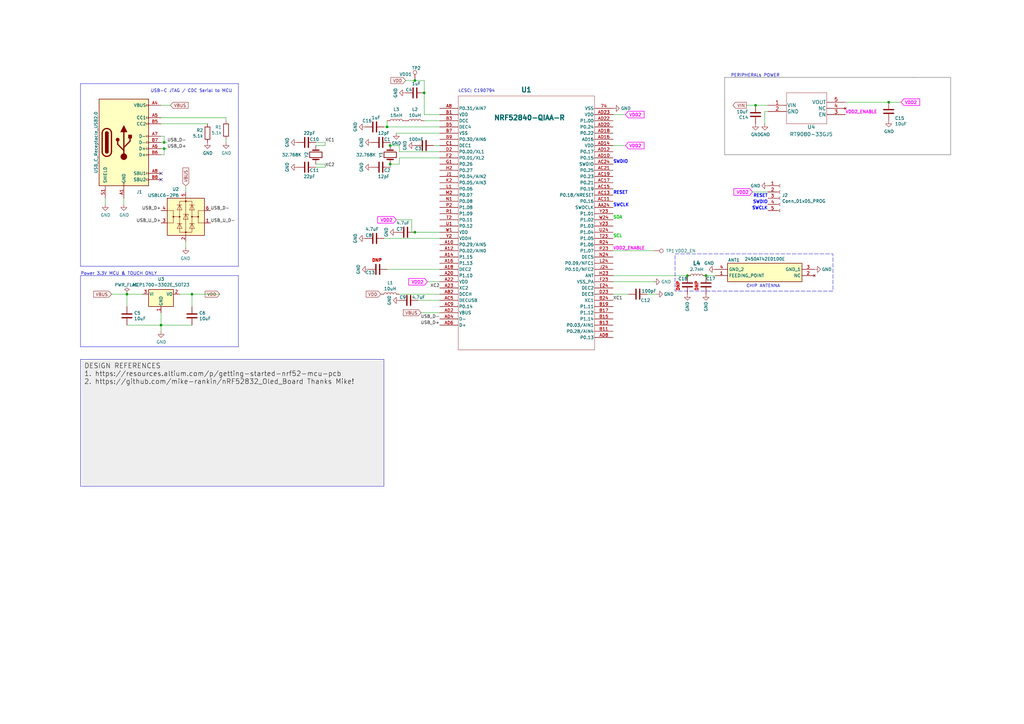
<source format=kicad_sch>
(kicad_sch (version 20230121) (generator eeschema)
  (paper "A3")
  (title_block (title "Sharp Low consumption Versatile board") (date "2024-05-28") (rev "1.0") (company "Fasani Corp.") (comment 1 "required to keep display running while MCU sleeps") (comment 2 "with optional touch support and external resonator to generate the SQW") (comment 3 "This board aims to be a low consumption driver for SHARP LCDs") (comment 4 "Thanks to Larry Bank for the Insights & Tests"))
  (lib_symbols
    (symbol "Antenna:2450AT42E0100E"
      (property "Reference" "ANT" (at 36.83 7.62 0))
      (property "Value" "2450AT42E0100E" (at 36.83 5.08 0))
      (symbol "2450AT42E0100E_1_1"
        (rectangle (start 5.08 2.54) (end 35.56 -5.08) (stroke (width 0.254)) (fill (type background)))
        (pin passive line (at 0 -2.54 0) (length 5.08) (name "FEEDING_POINT") (number "1"))
        (pin no_connect line (at 40.64 -2.54 180) (length 5.08) (name "NC") (number "2"))
        (pin passive line (at 40.64 0 180) (length 5.08) (name "GND_1") (number "3"))
        (pin passive line (at 0 0 0) (length 5.08) (name "GND_2") (number "4"))
      )
    )
    (symbol "Connector:Conn_01x05_Socket" (pin_names (offset 1.016) hide)
      (property "Reference" "J" (at 0 7.62 0))
      (property "Value" "Conn_01x05_Socket" (at 0 -7.62 0))
      (symbol "Conn_01x05_Socket_1_1"
        (arc (start 0 -4.572) (mid -0.5058 -5.08) (end 0 -5.588) (stroke (width 0.1524)))
        (arc (start 0 -2.032) (mid -0.5058 -2.54) (end 0 -3.048) (stroke (width 0.1524)))
        (polyline (pts (xy -1.27 -5.08) (xy -0.508 -5.08)) (stroke (width 0.1524)))
        (polyline (pts (xy -1.27 -2.54) (xy -0.508 -2.54)) (stroke (width 0.1524)))
        (polyline (pts (xy -1.27 0) (xy -0.508 0)) (stroke (width 0.1524)))
        (polyline (pts (xy -1.27 2.54) (xy -0.508 2.54)) (stroke (width 0.1524)))
        (polyline (pts (xy -1.27 5.08) (xy -0.508 5.08)) (stroke (width 0.1524)))
        (arc (start 0 0.508) (mid -0.5058 0) (end 0 -0.508) (stroke (width 0.1524)))
        (arc (start 0 3.048) (mid -0.5058 2.54) (end 0 2.032) (stroke (width 0.1524)))
        (arc (start 0 5.588) (mid -0.5058 5.08) (end 0 4.572) (stroke (width 0.1524)))
        (pin passive line (at -5.08 5.08 0) (length 3.81) (name "Pin_1") (number "1"))
        (pin passive line (at -5.08 2.54 0) (length 3.81) (name "Pin_2") (number "2"))
        (pin passive line (at -5.08 0 0) (length 3.81) (name "Pin_3") (number "3"))
        (pin passive line (at -5.08 -2.54 0) (length 3.81) (name "Pin_4") (number "4"))
        (pin passive line (at -5.08 -5.08 0) (length 3.81) (name "Pin_5") (number "5"))
      )
    )
    (symbol "Connector:TestPoint" (pin_numbers hide) (pin_names (offset 0.762) hide)
      (property "Reference" "TP" (at 0 6.858 0))
      (property "Value" "TestPoint" (at 0 5.08 0))
      (symbol "TestPoint_0_1"
        (circle (center 0 3.302) (radius 0.762))
      )
      (symbol "TestPoint_1_1"
        (pin passive line (at 0 0 90) (length 2.54) (name "1") (number "1"))
      )
    )
    (symbol "Connector:USB_C_Receptacle_USB2.0" (pin_names (offset 1.016))
      (property "Reference" "J" (at -10.16 19.05 0))
      (property "Value" "USB_C_Receptacle_USB2.0" (at 19.05 19.05 0))
      (symbol "USB_C_Receptacle_USB2.0_0_0"
        (rectangle (start -0.254 -17.78) (end 0.254 -16.764))
        (rectangle (start 10.16 -14.986) (end 9.144 -15.494))
        (rectangle (start 10.16 -12.446) (end 9.144 -12.954))
        (rectangle (start 10.16 -4.826) (end 9.144 -5.334))
        (rectangle (start 10.16 -2.286) (end 9.144 -2.794))
        (rectangle (start 10.16 0.254) (end 9.144 -0.254))
        (rectangle (start 10.16 2.794) (end 9.144 2.286))
        (rectangle (start 10.16 7.874) (end 9.144 7.366))
        (rectangle (start 10.16 10.414) (end 9.144 9.906))
        (rectangle (start 10.16 15.494) (end 9.144 14.986))
      )
      (symbol "USB_C_Receptacle_USB2.0_0_1"
        (rectangle (start -10.16 17.78) (end 10.16 -17.78) (stroke (width 0.254)) (fill (type background)))
        (arc (start -8.89 -3.81) (mid -6.985 -5.7067) (end -5.08 -3.81) (stroke (width 0.508)))
        (arc (start -7.62 -3.81) (mid -6.985 -4.4423) (end -6.35 -3.81) (stroke (width 0.254)))
        (arc (start -7.62 -3.81) (mid -6.985 -4.4423) (end -6.35 -3.81) (stroke (width 0.254)) (fill (type outline)))
        (rectangle (start -7.62 -3.81) (end -6.35 3.81) (stroke (width 0.254)) (fill (type outline)))
        (arc (start -6.35 3.81) (mid -6.985 4.4423) (end -7.62 3.81) (stroke (width 0.254)))
        (arc (start -6.35 3.81) (mid -6.985 4.4423) (end -7.62 3.81) (stroke (width 0.254)) (fill (type outline)))
        (arc (start -5.08 3.81) (mid -6.985 5.7067) (end -8.89 3.81) (stroke (width 0.508)))
        (circle (center -2.54 1.143) (radius 0.635) (stroke (width 0.254)) (fill (type outline)))
        (circle (center 0 -5.842) (radius 1.27) (fill (type outline)))
        (polyline (pts (xy -8.89 -3.81) (xy -8.89 3.81)) (stroke (width 0.508)))
        (polyline (pts (xy -5.08 3.81) (xy -5.08 -3.81)) (stroke (width 0.508)))
        (polyline (pts (xy 0 -5.842) (xy 0 4.318)) (stroke (width 0.508)))
        (polyline (pts (xy 0 -3.302) (xy -2.54 -0.762) (xy -2.54 0.508)) (stroke (width 0.508)))
        (polyline (pts (xy 0 -2.032) (xy 2.54 0.508) (xy 2.54 1.778)) (stroke (width 0.508)))
        (polyline (pts (xy -1.27 4.318) (xy 0 6.858) (xy 1.27 4.318) (xy -1.27 4.318)) (stroke (width 0.254)) (fill (type outline)))
        (rectangle (start 1.905 1.778) (end 3.175 3.048) (stroke (width 0.254)) (fill (type outline)))
      )
      (symbol "USB_C_Receptacle_USB2.0_1_1"
        (pin passive line (at 0 -22.86 90) (length 5.08) (name "GND") (number "A1"))
        (pin passive line (at 0 -22.86 90) (length 5.08) hide (name "GND") (number "A12"))
        (pin passive line (at 15.24 15.24 180) (length 5.08) (name "VBUS") (number "A4"))
        (pin bidirectional line (at 15.24 10.16 180) (length 5.08) (name "CC1") (number "A5"))
        (pin bidirectional line (at 15.24 -2.54 180) (length 5.08) (name "D+") (number "A6"))
        (pin bidirectional line (at 15.24 2.54 180) (length 5.08) (name "D-") (number "A7"))
        (pin bidirectional line (at 15.24 -12.7 180) (length 5.08) (name "SBU1") (number "A8"))
        (pin passive line (at 15.24 15.24 180) (length 5.08) hide (name "VBUS") (number "A9"))
        (pin passive line (at 0 -22.86 90) (length 5.08) hide (name "GND") (number "B1"))
        (pin passive line (at 0 -22.86 90) (length 5.08) hide (name "GND") (number "B12"))
        (pin passive line (at 15.24 15.24 180) (length 5.08) hide (name "VBUS") (number "B4"))
        (pin bidirectional line (at 15.24 7.62 180) (length 5.08) (name "CC2") (number "B5"))
        (pin bidirectional line (at 15.24 -5.08 180) (length 5.08) (name "D+") (number "B6"))
        (pin bidirectional line (at 15.24 0 180) (length 5.08) (name "D-") (number "B7"))
        (pin bidirectional line (at 15.24 -15.24 180) (length 5.08) (name "SBU2") (number "B8"))
        (pin passive line (at 15.24 15.24 180) (length 5.08) hide (name "VBUS") (number "B9"))
        (pin passive line (at -7.62 -22.86 90) (length 5.08) (name "SHIELD") (number "S1"))
      )
    )
    (symbol "Device:C" (pin_numbers hide) (pin_names (offset 0.254))
      (property "Reference" "C" (at 0.635 2.54 0))
      (property "Value" "C" (at 0.635 -2.54 0))
      (symbol "C_0_1"
        (polyline (pts (xy -2.032 -0.762) (xy 2.032 -0.762)) (stroke (width 0.508)))
        (polyline (pts (xy -2.032 0.762) (xy 2.032 0.762)) (stroke (width 0.508)))
      )
      (symbol "C_1_1"
        (pin passive line (at 0 3.81 270) (length 2.794) (name "~") (number "1"))
        (pin passive line (at 0 -3.81 90) (length 2.794) (name "~") (number "2"))
      )
    )
    (symbol "Device:Crystal" (pin_numbers hide) (pin_names (offset 1.016) hide)
      (property "Reference" "Y" (at 0 3.81 0))
      (property "Value" "Crystal" (at 0 -3.81 0))
      (symbol "Crystal_0_1"
        (rectangle (start -1.143 2.54) (end 1.143 -2.54) (stroke (width 0.3048)))
        (polyline (pts (xy -2.54 0) (xy -1.905 0)))
        (polyline (pts (xy -1.905 -1.27) (xy -1.905 1.27)) (stroke (width 0.508)))
        (polyline (pts (xy 1.905 -1.27) (xy 1.905 1.27)) (stroke (width 0.508)))
        (polyline (pts (xy 2.54 0) (xy 1.905 0)))
      )
      (symbol "Crystal_1_1"
        (pin passive line (at -3.81 0 0) (length 1.27) (name "1") (number "1"))
        (pin passive line (at 3.81 0 180) (length 1.27) (name "2") (number "2"))
      )
    )
    (symbol "Device:L" (pin_numbers hide) (pin_names (offset 1.016) hide)
      (property "Reference" "L" (at -1.27 0 90))
      (property "Value" "L" (at 1.905 0 90))
      (symbol "L_0_1"
        (arc (start 0 -2.54) (mid 0.6323 -1.905) (end 0 -1.27))
        (arc (start 0 -1.27) (mid 0.6323 -0.635) (end 0 0))
        (arc (start 0 0) (mid 0.6323 0.635) (end 0 1.27))
        (arc (start 0 1.27) (mid 0.6323 1.905) (end 0 2.54))
      )
      (symbol "L_1_1"
        (pin passive line (at 0 3.81 270) (length 1.27) (name "1") (number "1"))
        (pin passive line (at 0 -3.81 90) (length 1.27) (name "2") (number "2"))
      )
    )
    (symbol "Device:R" (pin_numbers hide) (pin_names (offset 0))
      (property "Reference" "R" (at 2.032 0 90))
      (property "Value" "R" (at 0 0 90))
      (symbol "R_0_1"
        (rectangle (start -1.016 -2.54) (end 1.016 2.54) (stroke (width 0.254)))
      )
      (symbol "R_1_1"
        (pin passive line (at 0 3.81 270) (length 1.27) (name "~") (number "1"))
        (pin passive line (at 0 -3.81 90) (length 1.27) (name "~") (number "2"))
      )
    )
    (symbol "Nordic:NRF52840-QIAA-R" (pin_names (offset 0.254))
      (property "Reference" "U" (at 35.56 10.16 0))
      (property "Value" "NRF52840-QIAA-R" (at 35.56 7.62 0))
      (symbol "NRF52840-QIAA-R_0_1"
        (polyline (pts (xy 7.62 -99.06) (xy 63.5 -99.06)) (stroke (width 0.127)))
        (polyline (pts (xy 7.62 5.08) (xy 7.62 -99.06)) (stroke (width 0.127)))
        (polyline (pts (xy 63.5 -99.06) (xy 63.5 5.08)) (stroke (width 0.127)))
        (polyline (pts (xy 63.5 5.08) (xy 7.62 5.08)) (stroke (width 0.127)))
        (pin power_out line (at 71.12 0 180) (length 7.62) (name "VSS") (number "74"))
        (pin bidirectional line (at 0 -55.88 0) (length 7.62) (name "P0.29/AIN5") (number "A10"))
        (pin bidirectional line (at 0 -58.42 0) (length 7.62) (name "P0.02/AIN0") (number "A12"))
        (pin bidirectional line (at 0 -60.96 0) (length 7.62) (name "P1.15") (number "A14"))
        (pin bidirectional line (at 0 -63.5 0) (length 7.62) (name "P1.13") (number "A16"))
        (pin power_in line (at 0 -66.04 0) (length 7.62) (name "DEC2") (number "A18"))
        (pin bidirectional line (at 0 -68.58 0) (length 7.62) (name "P1.10") (number "A20"))
        (pin power_in line (at 0 -71.12 0) (length 7.62) (name "VDD") (number "A22"))
        (pin input line (at 0 -73.66 0) (length 7.62) (name "XC2") (number "A23"))
        (pin bidirectional line (at 0 0 0) (length 7.62) (name "P0.31/AIN7") (number "A8"))
        (pin unspecified line (at 71.12 -40.64 180) (length 7.62) (name "SWDCLK") (number "AA24"))
        (pin power_in line (at 0 -76.2 0) (length 7.62) (name "DCCH") (number "AB2"))
        (pin bidirectional line (at 71.12 -38.1 180) (length 7.62) (name "P0.16") (number "AC11"))
        (pin bidirectional line (at 71.12 -35.56 180) (length 7.62) (name "P0.18/NRESET") (number "AC13"))
        (pin bidirectional line (at 71.12 -33.02 180) (length 7.62) (name "P0.19") (number "AC15"))
        (pin bidirectional line (at 71.12 -30.48 180) (length 7.62) (name "P0.21") (number "AC17"))
        (pin bidirectional line (at 71.12 -27.94 180) (length 7.62) (name "P0.23") (number "AC19"))
        (pin bidirectional line (at 71.12 -25.4 180) (length 7.62) (name "P0.25") (number "AC21"))
        (pin unspecified line (at 71.12 -22.86 180) (length 7.62) (name "SWDIO") (number "AC24"))
        (pin power_in line (at 0 -78.74 0) (length 7.62) (name "DECUSB") (number "AC5"))
        (pin bidirectional line (at 0 -81.28 0) (length 7.62) (name "P0.14") (number "AC9"))
        (pin bidirectional line (at 71.12 -20.32 180) (length 7.62) (name "P0.15") (number "AD10"))
        (pin bidirectional line (at 71.12 -17.78 180) (length 7.62) (name "P0.17") (number "AD12"))
        (pin power_in line (at 71.12 -15.24 180) (length 7.62) (name "VDD") (number "AD14"))
        (pin unspecified line (at 71.12 -12.7 180) (length 7.62) (name "AD16") (number "AD16"))
        (pin bidirectional line (at 71.12 -10.16 180) (length 7.62) (name "P0.22") (number "AD18"))
        (pin power_in line (at 0 -83.82 0) (length 7.62) (name "VBUS") (number "AD2"))
        (pin bidirectional line (at 71.12 -7.62 180) (length 7.62) (name "P0.24") (number "AD20"))
        (pin bidirectional line (at 71.12 -5.08 180) (length 7.62) (name "P1.00") (number "AD22"))
        (pin power_in line (at 71.12 -2.54 180) (length 7.62) (name "VDD") (number "AD23"))
        (pin bidirectional line (at 0 -86.36 0) (length 7.62) (name "D-") (number "AD4"))
        (pin bidirectional line (at 0 -88.9 0) (length 7.62) (name "D+") (number "AD6"))
        (pin bidirectional line (at 71.12 -93.98 180) (length 7.62) (name "P0.13") (number "AD8"))
        (pin power_in line (at 0 -2.54 0) (length 7.62) (name "VDD") (number "B1"))
        (pin bidirectional line (at 71.12 -91.44 180) (length 7.62) (name "P0.28/AIN4") (number "B11"))
        (pin bidirectional line (at 71.12 -88.9 180) (length 7.62) (name "P0.03/AIN1") (number "B13"))
        (pin bidirectional line (at 71.12 -86.36 180) (length 7.62) (name "P1.14") (number "B15"))
        (pin bidirectional line (at 71.12 -83.82 180) (length 7.62) (name "P1.12") (number "B17"))
        (pin bidirectional line (at 71.12 -81.28 180) (length 7.62) (name "P1.11") (number "B19"))
        (pin input line (at 71.12 -78.74 180) (length 7.62) (name "XC1") (number "B24"))
        (pin power_in line (at 0 -5.08 0) (length 7.62) (name "DCC") (number "B3"))
        (pin power_in line (at 0 -7.62 0) (length 7.62) (name "DEC4") (number "B5"))
        (pin power_in line (at 0 -10.16 0) (length 7.62) (name "VSS") (number "B7"))
        (pin bidirectional line (at 0 -12.7 0) (length 7.62) (name "P0.30/AIN6") (number "B9"))
        (pin power_in line (at 0 -15.24 0) (length 7.62) (name "DEC1") (number "C1"))
        (pin bidirectional line (at 0 -17.78 0) (length 7.62) (name "P0.00/XL1") (number "D2"))
        (pin power_in line (at 71.12 -76.2 180) (length 7.62) (name "DEC3") (number "D23"))
        (pin power_in line (at 71.12 -73.66 180) (length 7.62) (name "DEC2") (number "E24"))
        (pin bidirectional line (at 0 -20.32 0) (length 7.62) (name "P0.01/XL2") (number "F2"))
        (pin power_in line (at 71.12 -71.12 180) (length 7.62) (name "VSS_PA") (number "F23"))
        (pin bidirectional line (at 0 -22.86 0) (length 7.62) (name "P0.26") (number "G1"))
        (pin bidirectional line (at 0 -25.4 0) (length 7.62) (name "P0.27") (number "H2"))
        (pin unspecified line (at 71.12 -68.58 180) (length 7.62) (name "ANT") (number "H23"))
        (pin bidirectional line (at 0 -27.94 0) (length 7.62) (name "P0.04/AIN2") (number "J1"))
        (pin bidirectional line (at 71.12 -66.04 180) (length 7.62) (name "P0.10/NFC2") (number "J24"))
        (pin bidirectional line (at 0 -30.48 0) (length 7.62) (name "P0.05/AIN3") (number "K2"))
        (pin bidirectional line (at 0 -33.02 0) (length 7.62) (name "P0.06") (number "L1"))
        (pin bidirectional line (at 71.12 -63.5 180) (length 7.62) (name "P0.09/NFC1") (number "L24"))
        (pin bidirectional line (at 0 -35.56 0) (length 7.62) (name "P0.07") (number "M2"))
        (pin bidirectional line (at 0 -38.1 0) (length 7.62) (name "P0.08") (number "N1"))
        (pin power_in line (at 71.12 -60.96 180) (length 7.62) (name "DEC5") (number "N24"))
        (pin bidirectional line (at 0 -40.64 0) (length 7.62) (name "P1.08") (number "P2"))
        (pin bidirectional line (at 71.12 -58.42 180) (length 7.62) (name "P1.07") (number "P23"))
        (pin bidirectional line (at 0 -43.18 0) (length 7.62) (name "P1.09") (number "R1"))
        (pin bidirectional line (at 71.12 -55.88 180) (length 7.62) (name "P1.06") (number "R24"))
        (pin bidirectional line (at 0 -45.72 0) (length 7.62) (name "P0.11") (number "T2"))
        (pin bidirectional line (at 71.12 -53.34 180) (length 7.62) (name "P1.05") (number "T23"))
        (pin bidirectional line (at 0 -48.26 0) (length 7.62) (name "P0.12") (number "U1"))
        (pin bidirectional line (at 71.12 -50.8 180) (length 7.62) (name "P1.04") (number "U24"))
        (pin bidirectional line (at 71.12 -48.26 180) (length 7.62) (name "P1.03") (number "V23"))
        (pin power_in line (at 0 -50.8 0) (length 7.62) (name "VDD") (number "W1"))
        (pin bidirectional line (at 71.12 -45.72 180) (length 7.62) (name "P1.02") (number "W24"))
        (pin power_in line (at 0 -53.34 0) (length 7.62) (name "VDDH") (number "Y2"))
        (pin bidirectional line (at 71.12 -43.18 180) (length 7.62) (name "P1.01") (number "Y23"))
      )
    )
    (symbol "Power_Protection:USBLC6-2P6" (pin_names hide)
      (property "Reference" "U" (at 2.54 8.89 0))
      (property "Value" "USBLC6-2P6" (at 2.54 -8.89 0))
      (symbol "USBLC6-2P6_0_1"
        (rectangle (start -7.62 -7.62) (end 7.62 7.62) (stroke (width 0.254)) (fill (type background)))
        (circle (center -5.08 0) (radius 0.254) (fill (type outline)))
        (circle (center -2.54 0) (radius 0.254) (fill (type outline)))
        (rectangle (start -2.54 6.35) (end 2.54 -6.35))
        (circle (center 0 -6.35) (radius 0.254) (fill (type outline)))
        (polyline (pts (xy -5.08 -2.54) (xy -7.62 -2.54)))
        (polyline (pts (xy -5.08 0) (xy -5.08 -2.54)))
        (polyline (pts (xy -5.08 2.54) (xy -7.62 2.54)))
        (polyline (pts (xy -1.524 -2.794) (xy -3.556 -2.794)))
        (polyline (pts (xy -1.524 4.826) (xy -3.556 4.826)))
        (polyline (pts (xy 0 -7.62) (xy 0 -6.35)))
        (polyline (pts (xy 0 -6.35) (xy 0 1.27)))
        (polyline (pts (xy 0 1.27) (xy 0 6.35)))
        (polyline (pts (xy 0 6.35) (xy 0 7.62)))
        (polyline (pts (xy 1.524 -2.794) (xy 3.556 -2.794)))
        (polyline (pts (xy 1.524 4.826) (xy 3.556 4.826)))
        (polyline (pts (xy 5.08 -2.54) (xy 7.62 -2.54)))
        (polyline (pts (xy 5.08 0) (xy 5.08 -2.54)))
        (polyline (pts (xy 5.08 2.54) (xy 7.62 2.54)))
        (polyline (pts (xy -2.54 0) (xy -5.08 0) (xy -5.08 2.54)))
        (polyline (pts (xy 2.54 0) (xy 5.08 0) (xy 5.08 2.54)))
        (polyline (pts (xy -3.556 -4.826) (xy -1.524 -4.826) (xy -2.54 -2.794) (xy -3.556 -4.826)))
        (polyline (pts (xy -3.556 2.794) (xy -1.524 2.794) (xy -2.54 4.826) (xy -3.556 2.794)))
        (polyline (pts (xy -1.016 -1.016) (xy 1.016 -1.016) (xy 0 1.016) (xy -1.016 -1.016)))
        (polyline (pts (xy 1.016 1.016) (xy 0.762 1.016) (xy -1.016 1.016) (xy -1.016 0.508)))
        (polyline (pts (xy 3.556 -4.826) (xy 1.524 -4.826) (xy 2.54 -2.794) (xy 3.556 -4.826)))
        (polyline (pts (xy 3.556 2.794) (xy 1.524 2.794) (xy 2.54 4.826) (xy 3.556 2.794)))
        (circle (center 0 6.35) (radius 0.254) (fill (type outline)))
        (circle (center 2.54 0) (radius 0.254) (fill (type outline)))
        (circle (center 5.08 0) (radius 0.254) (fill (type outline)))
      )
      (symbol "USBLC6-2P6_1_1"
        (pin passive line (at -10.16 -2.54 0) (length 2.54) (name "I/O1") (number "1"))
        (pin passive line (at 0 -10.16 90) (length 2.54) (name "GND") (number "2"))
        (pin passive line (at 10.16 -2.54 180) (length 2.54) (name "I/O2") (number "3"))
        (pin passive line (at 10.16 2.54 180) (length 2.54) (name "I/O2") (number "4"))
        (pin passive line (at 0 10.16 270) (length 2.54) (name "VBUS") (number "5"))
        (pin passive line (at -10.16 2.54 0) (length 2.54) (name "I/O1") (number "6"))
      )
    )
    (symbol "epaper-breakout-rescue:MCP1700-3302E_SOT23-Regulator_Linear" (pin_names (offset 0.254))
      (property "Reference" "U" (at -3.81 3.175 0))
      (property "Value" "Regulator_Linear_MCP1700-3302E_SOT23" (at 0 3.175 0))
      (symbol "MCP1700-3302E_SOT23-Regulator_Linear_0_1"
        (rectangle (start -5.08 1.905) (end 5.08 -5.08) (stroke (width 0.254)) (fill (type background)))
      )
      (symbol "MCP1700-3302E_SOT23-Regulator_Linear_1_1"
        (pin power_in line (at 0 -7.62 90) (length 2.54) (name "GND") (number "1"))
        (pin power_out line (at 7.62 0 180) (length 2.54) (name "VO") (number "2"))
        (pin power_in line (at -7.62 0 0) (length 2.54) (name "VI") (number "3"))
      )
    )
    (symbol "epdiy:RT9080-33GJ5" (pin_names (offset 0.254))
      (property "Reference" "U" (at 15.24 10.16 0))
      (property "Value" "RT9080-33GJ5" (at 16.51 7.62 0))
      (symbol "RT9080-33GJ5_1_1"
        (polyline (pts (xy 7.62 -7.62) (xy 24.13 -7.62)) (stroke (width 0.127)))
        (polyline (pts (xy 7.62 5.08) (xy 7.62 -7.62)) (stroke (width 0.127)))
        (polyline (pts (xy 24.13 -7.62) (xy 24.13 5.08)) (stroke (width 0.127)))
        (polyline (pts (xy 24.13 5.08) (xy 7.62 5.08)) (stroke (width 0.127)))
        (pin power_in line (at 0 0 0) (length 7.62) (name "VIN") (number "1"))
        (pin power_in line (at 0 -2.54 0) (length 7.62) (name "GND") (number "2"))
        (pin input line (at 31.75 -3.81 180) (length 7.62) (name "EN") (number "3"))
        (pin no_connect line (at 31.75 -1.27 180) (length 7.62) (name "NC") (number "4"))
        (pin power_out line (at 31.75 1.27 180) (length 7.62) (name "VOUT") (number "5"))
      )
    )
    (symbol "power:GND" (power) (pin_names (offset 0))
      (property "Value" "GND" (at 0 -3.81 0))
      (symbol "GND_0_1"
        (polyline (pts (xy 0 0) (xy 0 -1.27) (xy 1.27 -1.27) (xy 0 -2.54) (xy -1.27 -1.27) (xy 0 -1.27)))
      )
      (symbol "GND_1_1"
        (pin power_in line (at 0 0 270) (length 0) hide (name "GND") (number "1"))
      )
    )
    (symbol "power:PWR_FLAG" (power) (pin_numbers hide) (pin_names (offset 0) hide)
      (property "Value" "PWR_FLAG" (at 0 3.81 0))
      (symbol "PWR_FLAG_0_0"
        (pin power_out line (at 0 0 90) (length 0) (name "pwr") (number "1"))
      )
      (symbol "PWR_FLAG_0_1"
        (polyline (pts (xy 0 0) (xy 0 1.27) (xy -1.016 1.905) (xy 0 2.54) (xy 1.016 1.905) (xy 0 1.27)))
      )
    )
  )
  (junction (at 160.02 59.69))
  (junction (at 158.75 52.07))
  (junction (at 289.56 113.03))
  (junction (at 67.31 58.42))
  (junction (at 364.49 41.91))
  (junction (at 78.74 120.65))
  (junction (at 173.99 38.1))
  (junction (at 66.04 133.35))
  (junction (at 67.31 60.96))
  (junction (at 52.07 120.65))
  (junction (at 160.02 67.31))
  (junction (at 170.18 95.25))
  (junction (at 170.18 33.02))
  (junction (at 309.88 43.18))
  (junction (at 281.94 113.03))
  (no_connect (at 66.04 73.66))
  (no_connect (at 66.04 71.12))
  (wire (pts (xy 158.75 110.49) (xy 180.34 110.49)))
  (polyline (pts (xy 97.79 109.22) (xy 97.79 34.29)))
  (wire (pts (xy 73.66 120.65) (xy 78.74 120.65)))
  (wire (pts (xy 162.56 54.61) (xy 180.34 54.61)))
  (wire (pts (xy 66.04 63.5) (xy 67.31 63.5)))
  (wire (pts (xy 177.8 59.69) (xy 180.34 59.69)))
  (wire (pts (xy 163.83 59.69) (xy 160.02 59.69)))
  (wire (pts (xy 157.48 97.79) (xy 180.34 97.79)))
  (wire (pts (xy 364.49 41.91) (xy 369.57 41.91)))
  (wire (pts (xy 85.09 50.8) (xy 66.04 50.8)))
  (wire (pts (xy 160.02 67.31) (xy 163.83 67.31)))
  (wire (pts (xy 306.07 43.18) (xy 309.88 43.18)))
  (wire (pts (xy 158.75 49.53) (xy 158.75 52.07)))
  (wire (pts (xy 163.83 120.65) (xy 180.34 120.65)))
  (wire (pts (xy 289.56 113.03) (xy 293.37 113.03)))
  (wire (pts (xy 269.24 120.65) (xy 265.43 120.65)))
  (wire (pts (xy 173.99 38.1) (xy 173.99 46.99)))
  (wire (pts (xy 92.71 58.42) (xy 92.71 57.15)))
  (wire (pts (xy 308.61 78.74) (xy 314.96 78.74)))
  (polyline (pts (xy 97.79 109.22) (xy 33.02 109.22)))
  (wire (pts (xy 180.34 52.07) (xy 158.75 52.07)))
  (wire (pts (xy 160.02 67.31) (xy 160.02 68.58)))
  (wire (pts (xy 314.96 45.72) (xy 313.69 45.72)))
  (wire (pts (xy 68.58 60.96) (xy 67.31 60.96)))
  (wire (pts (xy 157.48 52.07) (xy 158.75 52.07)))
  (wire (pts (xy 168.91 90.17) (xy 168.91 95.25)))
  (polyline (pts (xy 97.79 34.29) (xy 33.02 34.29)))
  (polyline (pts (xy 97.79 142.24) (xy 97.79 113.03)))
  (wire (pts (xy 52.07 133.35) (xy 66.04 133.35)))
  (wire (pts (xy 43.18 81.28) (xy 43.18 83.82)))
  (polyline (pts (xy 33.02 142.24) (xy 33.02 113.03)))
  (wire (pts (xy 163.83 64.77) (xy 163.83 67.31)))
  (wire (pts (xy 69.85 43.18) (xy 66.04 43.18)))
  (wire (pts (xy 267.97 115.57) (xy 251.46 115.57)))
  (wire (pts (xy 170.18 33.02) (xy 173.99 33.02)))
  (wire (pts (xy 171.45 123.19) (xy 180.34 123.19)))
  (wire (pts (xy 50.8 81.28) (xy 50.8 83.82)))
  (wire (pts (xy 66.04 133.35) (xy 66.04 135.89)))
  (wire (pts (xy 66.04 133.35) (xy 78.74 133.35)))
  (wire (pts (xy 160.02 58.42) (xy 160.02 59.69)))
  (wire (pts (xy 133.35 59.69) (xy 129.54 59.69)))
  (wire (pts (xy 133.35 67.31) (xy 129.54 67.31)))
  (wire (pts (xy 170.18 95.25) (xy 180.34 95.25)))
  (wire (pts (xy 346.71 41.91) (xy 364.49 41.91)))
  (wire (pts (xy 92.71 48.26) (xy 92.71 49.53)))
  (wire (pts (xy 76.2 99.06) (xy 76.2 101.6)))
  (wire (pts (xy 313.69 45.72) (xy 313.69 50.8)))
  (wire (pts (xy 172.72 128.27) (xy 180.34 128.27)))
  (wire (pts (xy 162.56 90.17) (xy 168.91 90.17)))
  (wire (pts (xy 58.42 120.65) (xy 52.07 120.65)))
  (wire (pts (xy 163.83 62.23) (xy 163.83 59.69)))
  (wire (pts (xy 173.99 46.99) (xy 180.34 46.99)))
  (wire (pts (xy 173.99 33.02) (xy 173.99 38.1)))
  (wire (pts (xy 133.35 58.42) (xy 133.35 59.69)))
  (wire (pts (xy 180.34 64.77) (xy 163.83 64.77)))
  (wire (pts (xy 67.31 58.42) (xy 66.04 58.42)))
  (wire (pts (xy 52.07 120.65) (xy 45.72 120.65)))
  (wire (pts (xy 256.54 59.69) (xy 251.46 59.69)))
  (wire (pts (xy 256.54 46.99) (xy 251.46 46.99)))
  (wire (pts (xy 76.2 78.74) (xy 76.2 76.2)))
  (wire (pts (xy 173.99 49.53) (xy 180.34 49.53)))
  (wire (pts (xy 251.46 113.03) (xy 281.94 113.03)))
  (wire (pts (xy 166.37 33.02) (xy 170.18 33.02)))
  (wire (pts (xy 251.46 102.87) (xy 267.97 102.87)))
  (wire (pts (xy 175.26 115.57) (xy 180.34 115.57)))
  (wire (pts (xy 67.31 55.88) (xy 67.31 58.42)))
  (wire (pts (xy 180.34 62.23) (xy 163.83 62.23)))
  (wire (pts (xy 309.88 43.18) (xy 314.96 43.18)))
  (wire (pts (xy 133.35 58.42) (xy 129.54 58.42)))
  (wire (pts (xy 52.07 120.65) (xy 52.07 125.73)))
  (wire (pts (xy 66.04 128.27) (xy 66.04 133.35)))
  (wire (pts (xy 67.31 60.96) (xy 66.04 60.96)))
  (wire (pts (xy 68.58 58.42) (xy 67.31 58.42)))
  (wire (pts (xy 251.46 120.65) (xy 257.81 120.65)))
  (wire (pts (xy 66.04 48.26) (xy 92.71 48.26)))
  (wire (pts (xy 168.91 95.25) (xy 170.18 95.25)))
  (polyline (pts (xy 33.02 113.03) (xy 97.79 113.03)))
  (wire (pts (xy 133.35 67.31) (xy 133.35 68.58)))
  (wire (pts (xy 67.31 63.5) (xy 67.31 60.96)))
  (polyline (pts (xy 33.02 142.24) (xy 97.79 142.24)))
  (wire (pts (xy 78.74 120.65) (xy 90.17 120.65)))
  (wire (pts (xy 78.74 120.65) (xy 78.74 125.73)))
  (polyline (pts (xy 33.02 34.29) (xy 33.02 109.22)))
  (wire (pts (xy 133.35 68.58) (xy 129.54 68.58)))
  (wire (pts (xy 66.04 55.88) (xy 67.31 55.88)))
  (rectangle (start 374.65 31.75) (end 374.65 31.75))
  (rectangle (start 276.86 104.14) (end 341.63 119.38) (stroke (width 0) (type dash)))
  (rectangle (start 297.18 31.75) (end 389.89 63.5) (stroke (width 0) (color 72 72 72 1)))
  (text_box "DESIGN REFERENCES\n1. https://resources.altium.com/p/getting-started-nrf52-mcu-pcb\n2. https://github.com/mike-rankin/nRF52832_Oled_Board Thanks Mike!" (at 33.02 147.32 0) (size 124.46 52.07) (fill (type color) (color 238 238 238 1)) (effects (font (size 2 2)) (justify left top)))
  (text "USB-C JTAG / CDC Serial to MCU" (at 95.25 38.1 0) (effects (font (size 1.27 1.27)) (justify right bottom)))
  (text "Power 3.3V MCU & TOUCH ONLY" (at 33.02 113.03 0) (effects (font (size 1.27 1.27)) (justify left bottom)))
  (text "PERIPHERALs POWER" (at 299.72 31.75 0) (effects (font (size 1.27 1.27)) (justify left bottom)))
  (text "CHIP ANTENNA" (at 306.07 118.11 0) (effects (font (size 1.27 1.27)) (justify left bottom)))
  (text "LCSC: C190794" (at 187.96 38.1 0) (effects (font (size 1.27 1.27)) (justify left bottom)))
  (label "SWCLK" (at 251.46 85.09 0) (effects (font (thickness 0.254) bold)))
  (label "SCL" (at 251.46 97.79 0) (effects (font (thickness 0.254) bold)))
  (label "VDD2_ENABLE" (at 346.71 46.99 0) (effects (font (thickness 0.254) bold)))
  (label "RESET" (at 251.46 80.01 0) (effects (font (thickness 0.254) bold)))
  (label "XC2" (at 180.34 118.11 180))
  (label "USB_D-" (at 68.58 58.42 0))
  (label "USB_D-" (at 180.34 130.81 180))
  (label "USB_U_D-" (at 86.36 91.44 0))
  (label "USB_D+" (at 180.34 133.35 180))
  (label "USB_U_D+" (at 66.04 91.44 180))
  (label "XC1" (at 133.35 58.42 0))
  (label "SDA" (at 251.46 90.17 0) (effects (font (thickness 0.254) bold)))
  (label "USB_D-" (at 86.36 86.36 0))
  (label "SWDIO" (at 314.96 83.82 180) (effects (font (thickness 0.254) bold)))
  (label "XC1" (at 251.46 123.19 0))
  (label "USB_D+" (at 66.04 86.36 180))
  (label "USB_D+" (at 68.58 60.96 0))
  (label "VDD2_ENABLE" (at 251.46 102.87 0) (effects (font (thickness 0.254) bold)))
  (label "SWCLK" (at 314.96 86.36 180) (effects (font (thickness 0.254) bold)))
  (label "SWDIO" (at 251.46 67.31 0) (effects (font (thickness 0.254) bold)))
  (label "RESET" (at 314.96 81.28 180) (effects (font (thickness 0.254) bold)))
  (label "XC2" (at 133.35 68.58 0))
  (global_label "VDD2" (shape input) (at 256.54 46.99 0) (effects (font (thickness 0.254) bold)) (property "Intersheetrefs" "${INTERSHEET_REFS}" (effects hide)) (property "Referenzen zwischen Schaltplänen" "${INTERSHEET_REFS}" (effects hide)))
  (global_label "VDD" (shape input) (at 90.17 120.65 180) (property "Intersheetrefs" "${INTERSHEET_REFS}" (effects hide)))
  (global_label "VDD2" (shape input) (at 162.56 90.17 180) (effects (font (thickness 0.254) bold)) (property "Intersheetrefs" "${INTERSHEET_REFS}" (effects hide)) (property "Referenzen zwischen Schaltplänen" "${INTERSHEET_REFS}" (effects hide)))
  (global_label "VDD2" (shape input) (at 175.26 115.57 180) (effects (font (thickness 0.254) bold)) (property "Intersheetrefs" "${INTERSHEET_REFS}" (effects hide)) (property "Referenzen zwischen Schaltplänen" "${INTERSHEET_REFS}" (effects hide)))
  (global_label "VDD2" (shape input) (at 256.54 59.69 0) (effects (font (thickness 0.254) bold)) (property "Intersheetrefs" "${INTERSHEET_REFS}" (effects hide)) (property "Referenzen zwischen Schaltplänen" "${INTERSHEET_REFS}" (effects hide)))
  (global_label "VDD" (shape input) (at 156.21 120.65 180) (property "Intersheetrefs" "${INTERSHEET_REFS}" (effects hide)))
  (global_label "VBUS" (shape input) (at 172.72 128.27 180) (property "Intersheetrefs" "${INTERSHEET_REFS}" (effects hide)) (property "Referenzen zwischen Schaltplänen" "${INTERSHEET_REFS}" (effects hide)))
  (global_label "VDD2" (shape input) (at 308.61 78.74 180) (effects (font (thickness 0.254) bold)) (property "Intersheetrefs" "${INTERSHEET_REFS}" (effects hide)) (property "Referenzen zwischen Schaltplänen" "${INTERSHEET_REFS}" (effects hide)))
  (global_label "VBUS" (shape input) (at 69.85 43.18 0) (property "Intersheetrefs" "${INTERSHEET_REFS}" (effects hide)) (property "Referenzen zwischen Schaltplänen" "${INTERSHEET_REFS}" (effects hide)))
  (global_label "VDD" (shape input) (at 166.37 33.02 180) (property "Intersheetrefs" "${INTERSHEET_REFS}" (effects hide)))
  (global_label "VDD2" (shape input) (at 369.57 41.91 0) (effects (font (thickness 0.254) bold)) (property "Intersheetrefs" "${INTERSHEET_REFS}" (effects hide)) (property "Referenzen zwischen Schaltplänen" "${INTERSHEET_REFS}" (effects hide)))
  (global_label "VBUS" (shape input) (at 76.2 76.2 90) (property "Intersheetrefs" "${INTERSHEET_REFS}" (effects hide)) (property "Referenzen zwischen Schaltplänen" "${INTERSHEET_REFS}" (effects hide)))
  (global_label "VBUS" (shape input) (at 45.72 120.65 180) (property "Intersheetrefs" "${INTERSHEET_REFS}" (effects hide)) (property "Referenzen zwischen Schaltplänen" "${INTERSHEET_REFS}" (effects hide)))
  (global_label "VIN" (shape output) (at 306.07 43.18 180) (property "Intersheetrefs" "${INTERSHEET_REFS}" (effects hide)) (property "Referenzen zwischen Schaltplänen" "${INTERSHEET_REFS}" (effects hide)))
  (symbol (lib_id "Device:C") (at 153.67 97.79 90) (unit 1)
    (property "Reference" "C8" (at 149.86 96.52 90) (effects (justify right)))
    (property "Value" "4.7uF" (at 149.86 93.98 90) (effects (justify right)))
    (property "Footprint" "Capacitor_SMD:C_0402_1005Metric" (effects hide))
    (property "LCSC" "C23733" (effects hide))
  )
  (symbol (lib_id "Connector:Conn_01x05_Socket") (at 320.04 81.28 0) (unit 1)
    (property "Reference" "J2" (at 320.7512 80.0679 0) (effects (justify left)))
    (property "Value" "Conn_01x05_PROG" (at 320.7512 82.4921 0) (effects (justify left)))
    (property "Footprint" "Connector_PinHeader_2.54mm:PinHeader_1x05_P2.54mm_Vertical" (effects hide))
  )
  (symbol (lib_id "power:GND") (at 170.18 59.69 270) (unit 1)
    (property "Reference" "#PWR08" (effects hide))
    (property "Value" "GND" (at 166.0469 59.69 0))
  )
  (symbol (lib_id "power:GND") (at 121.92 58.42 270) (unit 1)
    (property "Reference" "#PWR015" (effects hide))
    (property "Value" "GND" (at 117.7869 58.42 0))
  )
  (symbol (lib_id "Device:Crystal") (at 129.54 63.5 270) (unit 1)
    (property "Reference" "Y2" (at 125.73 62.23 0) (effects (justify left)))
    (property "Value" "32.768K" (at 115.57 63.5 90) (effects (justify left)))
    (property "Footprint" "Crystal:Crystal_SMD_3215-2Pin_3.2x1.5mm" (effects hide))
    (property "LCSC" "C32346" (effects hide))
  )
  (symbol (lib_id "power:GND") (at 364.49 49.53 0) (unit 1)
    (property "Reference" "#PWR022" (effects hide))
    (property "Value" "GND" (at 364.617 53.9242 0))
  )
  (symbol (lib_id "Device:C") (at 125.73 68.58 90) (unit 1)
    (property "Reference" "C11" (at 127 69.85 90) (effects (justify right)))
    (property "Value" "22pF" (at 124.46 72.39 90) (effects (justify right)))
    (property "Footprint" "Capacitor_SMD:C_0402_1005Metric" (effects hide))
    (property "LCSC" "C295968" (effects hide))
  )
  (symbol (lib_id "Device:C") (at 289.56 116.84 180) (unit 1)
    (property "Reference" "C17" (at 289.56 114.3 0) (effects (justify right)))
    (property "Value" "DNP" (at 285.75 119.38 90) (effects (font bold) (justify right)))
    (property "Footprint" "Capacitor_SMD:C_0402_1005Metric" (effects hide))
    (property "LCSC" "Leave empty" (effects hide))
  )
  (symbol (lib_id "power:GND") (at 92.71 58.42 0) (unit 1)
    (property "Reference" "#PWR01" (effects hide))
    (property "Value" "GND" (at 92.837 62.8142 0))
  )
  (symbol (lib_id "power:GND") (at 76.2 101.6 0) (mirror y) (unit 1)
    (property "Reference" "#PWR03" (effects hide))
    (property "Value" "GND" (at 76.073 105.9942 0))
  )
  (symbol (lib_id "Device:C") (at 78.74 129.54 180) (unit 1)
    (property "Reference" "C6" (at 81.661 128.3716 0) (effects (justify right)))
    (property "Value" "10uF" (at 81.661 130.683 0) (effects (justify right)))
    (property "Footprint" "Capacitor_SMD:C_0805_2012Metric" (effects hide))
    (property "LCSC" "C15850" (effects hide))
  )
  (symbol (lib_id "power:GND") (at 152.4 68.58 270) (unit 1)
    (property "Reference" "#PWR07" (effects hide))
    (property "Value" "GND" (at 148.2669 68.58 0))
  )
  (symbol (lib_id "power:GND") (at 121.92 68.58 270) (unit 1)
    (property "Reference" "#PWR016" (effects hide))
    (property "Value" "GND" (at 117.7869 68.58 0))
  )
  (symbol (lib_id "epaper-breakout-rescue:MCP1700-3302E_SOT23-Regulator_Linear") (at 66.04 120.65 0) (unit 1)
    (property "Reference" "U3" (at 66.04 114.5032 0))
    (property "Value" "MCP1700-3302E_SOT23" (at 66.04 116.8146 0))
    (property "Footprint" "Package_TO_SOT_SMD:SOT-23" (effects hide))
    (property "Datasheet" "http://ww1.microchip.com/downloads/en/DeviceDoc/20001826D.pdf" (effects hide))
    (property "LCSC" "C39051" (effects hide))
  )
  (symbol (lib_id "Device:C") (at 52.07 129.54 180) (unit 1)
    (property "Reference" "C5" (at 54.991 128.3716 0) (effects (justify right)))
    (property "Value" "10uF" (at 54.991 130.683 0) (effects (justify right)))
    (property "Footprint" "Capacitor_SMD:C_0805_2012Metric" (effects hide))
    (property "LCSC" "C15850" (effects hide))
  )
  (symbol (lib_id "Connector:USB_C_Receptacle_USB2.0") (at 50.8 58.42 0) (unit 1)
    (property "Reference" "J1" (at 57.15 78.74 0))
    (property "Value" "USB_C_Receptacle_USB2.0" (at 39.37 58.42 90))
    (property "Footprint" "Connector_USB:USB_C_Receptacle_HRO_TYPE-C-31-M-12" (effects hide))
    (property "Datasheet" "https://www.usb.org/sites/default/files/documents/usb_type-c.zip" (effects hide))
    (property "LCSC" "C165948" (effects hide))
  )
  (symbol (lib_id "power:PWR_FLAG") (at 52.07 120.65 0) (unit 1)
    (property "Reference" "#FLG01" (effects hide))
    (property "Value" "PWR_FLAG" (at 46.99 116.84 0) (effects (justify left)))
  )
  (symbol (lib_id "power:GND") (at 313.69 50.8 0) (unit 1)
    (property "Reference" "#PWR021" (effects hide))
    (property "Value" "GND" (at 313.817 55.1942 0))
  )
  (symbol (lib_id "power:GND") (at 309.88 50.8 0) (unit 1)
    (property "Reference" "#PWR020" (effects hide))
    (property "Value" "GND" (at 310.007 55.1942 0))
  )
  (symbol (lib_id "power:GND") (at 314.96 76.2 270) (unit 1)
    (property "Reference" "#PWR029" (effects hide))
    (property "Value" "GND" (at 309.88 76.2 90))
  )
  (symbol (lib_id "power:GND") (at 289.56 120.65 0) (unit 1)
    (property "Reference" "#PWR025" (effects hide))
    (property "Value" "GND" (at 289.56 125.73 90))
  )
  (symbol (lib_id "Device:C") (at 309.88 46.99 0) (unit 1)
    (property "Reference" "C14" (at 306.959 48.1584 0) (effects (justify right)))
    (property "Value" "10uF" (at 306.959 45.847 0) (effects (justify right)))
    (property "Footprint" "Capacitor_SMD:C_0805_2012Metric" (effects hide))
    (property "LCSC" "C15850" (effects hide))
  )
  (symbol (lib_id "Device:C") (at 170.18 38.1 90) (unit 1)
    (property "Reference" "C4" (at 166.37 36.83 90) (effects (justify right)))
    (property "Value" "1uF" (at 168.91 34.29 90) (effects (justify right)))
    (property "Footprint" "Capacitor_SMD:C_0201_0603Metric" (effects hide))
    (property "LCSC" "C97888" (effects hide))
  )
  (symbol (lib_id "power:GND") (at 162.56 54.61 0) (unit 1)
    (property "Reference" "#PWR019" (effects hide))
    (property "Value" "GND" (at 162.56 58.7431 0))
  )
  (symbol (lib_id "Device:C") (at 167.64 123.19 90) (unit 1)
    (property "Reference" "C9" (at 163.83 121.92 90) (effects (justify right)))
    (property "Value" "4.7uF" (at 168.91 121.92 90) (effects (justify right)))
    (property "Footprint" "Capacitor_SMD:C_0402_1005Metric" (effects hide))
    (property "LCSC" "C23733" (effects hide))
  )
  (symbol (lib_id "Device:C") (at 261.62 120.65 270) (unit 1)
    (property "Reference" "C12" (at 266.7 123.19 90) (effects (justify right)))
    (property "Value" "100pF" (at 269.24 119.38 90) (effects (justify right)))
    (property "Footprint" "Capacitor_SMD:C_0201_0603Metric" (effects hide))
    (property "LCSC" "C531423" (effects hide))
  )
  (symbol (lib_id "power:GND") (at 43.18 83.82 0) (unit 1)
    (property "Reference" "#PWR05" (effects hide))
    (property "Value" "GND" (at 43.307 88.2142 0))
  )
  (symbol (lib_id "Antenna:2450AT42E0100E") (at 293.37 110.49 0) (unit 1)
    (property "Reference" "ANT1" (at 300.99 106.68 0))
    (property "Value" "2450AT42E0100E" (at 313.69 106.2299 0))
    (property "Footprint" "Footprints:2450AT42E0100E-ANT" (effects hide))
    (property "Datasheet" "https://www.johansontechnology.com/datasheets/2450AT42E0100/2450AT42E0100.pdf" (effects hide))
    (property "Height" "1.7" (effects hide))
    (property "Manufacturer_Name" "JOHANSON TECHNOLOGY" (effects hide))
    (property "Manufacturer_Part_Number" "2450AT42E0100E" (effects hide))
    (property "Mouser Part Number" "609-2450AT42E0100E" (effects hide))
    (property "Mouser Price/Stock" "https://www.mouser.co.uk/ProductDetail/Johanson-Technology/2450AT42E0100E?qs=EvbCu83THBA04V4752rG%2FA%3D%3D" (effects hide))
    (property "Arrow Part Number" "2450AT42E0100E" (effects hide))
    (property "Arrow Price/Stock" "https://www.arrow.com/en/products/2450at42e0100e/johanson-dielectrics?region=nac" (effects hide))
  )
  (symbol (lib_id "Connector:TestPoint") (at 267.97 102.87 270) (unit 1) (in_bom no)
    (property "Reference" "TP1" (at 273.05 102.87 90) (effects (justify left)))
    (property "Value" "VDD2_EN" (at 276.86 102.87 90) (effects (justify left)))
    (property "Footprint" "TestPoint:TestPoint_Pad_D2.5mm" (effects hide))
  )
  (symbol (lib_id "Device:L") (at 170.18 49.53 90) (unit 1)
    (property "Reference" "L2" (at 170.18 44.8804 90))
    (property "Value" "10uH" (at 170.18 47.3046 90))
    (property "Footprint" "Inductor_SMD:L_0603_1608Metric" (effects hide))
    (property "Datasheet" "https://jlcpcb.com/partdetail/ChilisinElec-LS0603_100JN/C373750" (effects hide))
    (property "LCSC" "C373750" (effects hide))
  )
  (symbol (lib_id "Device:R") (at 85.09 54.61 0) (mirror y) (unit 1)
    (property "Reference" "R2" (at 83.312 53.4416 0) (effects (justify left)))
    (property "Value" "5.1k" (at 83.312 55.753 0) (effects (justify left)))
    (property "Footprint" "Resistor_SMD:R_0603_1608Metric" (effects hide))
    (property "LCSC" "C23186" (effects hide))
  )
  (symbol (lib_id "power:GND") (at 281.94 120.65 0) (unit 1)
    (property "Reference" "#PWR026" (effects hide))
    (property "Value" "GND" (at 281.94 125.73 90))
  )
  (symbol (lib_id "Device:C") (at 281.94 116.84 180) (unit 1)
    (property "Reference" "C18" (at 278.13 114.3 0) (effects (justify right)))
    (property "Value" "DNP" (at 278.13 119.38 90) (effects (font bold) (justify right)))
    (property "Footprint" "Capacitor_SMD:C_0402_1005Metric" (effects hide))
    (property "LCSC" "Leave empty" (effects hide))
  )
  (symbol (lib_id "power:GND") (at 251.46 44.45 90) (unit 1)
    (property "Reference" "#PWR011" (effects hide))
    (property "Value" "GND" (at 254.635 44.45 90) (effects (justify right)))
  )
  (symbol (lib_id "Device:L") (at 160.02 120.65 90) (unit 1)
    (property "Reference" "L1" (at 160.02 116.0004 90))
    (property "Value" "10uH" (at 160.02 118.4246 90))
    (property "Footprint" "Inductor_SMD:L_0603_1608Metric" (effects hide))
    (property "Datasheet" "https://jlcpcb.com/partdetail/ChilisinElec-LS0603_100JN/C373750" (effects hide))
    (property "LCSC" "C373750" (effects hide))
  )
  (symbol (lib_id "power:GND") (at 152.4 58.42 270) (unit 1)
    (property "Reference" "#PWR06" (effects hide))
    (property "Value" "GND" (at 148.2669 58.42 0))
  )
  (symbol (lib_id "Device:L") (at 285.75 113.03 90) (unit 1)
    (property "Reference" "L4" (at 285.75 107.95 90) (effects (font (size 1.6 1.6) bold)))
    (property "Value" "2.7nH" (at 285.75 110.49 90))
    (property "Footprint" "Inductor_SMD:L_0603_1608Metric" (effects hide))
    (property "Datasheet" "https://jlcpcb.com/partdetail/ChilisinElec-BSCH001608082N7S00/C5252358" (effects hide))
    (property "LCSC" "C5252358" (effects hide))
  )
  (symbol (lib_id "Device:C") (at 153.67 52.07 90) (unit 1)
    (property "Reference" "C16" (at 148.59 49.53 90) (effects (justify right)))
    (property "Value" "1uF" (at 152.4 48.26 90) (effects (justify right)))
    (property "Footprint" "Capacitor_SMD:C_0201_0603Metric" (effects hide))
    (property "LCSC" "C97888" (effects hide))
  )
  (symbol (lib_id "power:GND") (at 66.04 135.89 0) (unit 1)
    (property "Reference" "#PWR010" (effects hide))
    (property "Value" "GND" (at 66.167 140.2842 0))
  )
  (symbol (lib_id "Device:L") (at 162.56 49.53 90) (unit 1)
    (property "Reference" "L3" (at 162.56 44.8804 90))
    (property "Value" "15nH" (at 162.56 47.3046 90))
    (property "Footprint" "Inductor_SMD:L_0603_1608Metric" (effects hide))
    (property "Datasheet" "https://jlcpcb.com/partdetail/Sunlord-SDWL1005C15NGSTF/C2757919" (effects hide))
    (property "LCSC" "C2757919" (effects hide))
  )
  (symbol (lib_id "power:GND") (at 163.83 123.19 270) (unit 1)
    (property "Reference" "#PWR014" (effects hide))
    (property "Value" "GND" (at 159.6969 123.19 0))
  )
  (symbol (lib_id "power:GND") (at 269.24 120.65 90) (unit 1)
    (property "Reference" "#PWR017" (effects hide))
    (property "Value" "GND" (at 274.32 120.65 90))
  )
  (symbol (lib_id "Device:C") (at 156.21 68.58 90) (unit 1)
    (property "Reference" "C2" (at 157.48 69.85 90) (effects (justify right)))
    (property "Value" "12pF" (at 154.94 72.39 90) (effects (justify right)))
    (property "Footprint" "Capacitor_SMD:C_0402_1005Metric" (effects hide))
    (property "LCSC" "C386126" (effects hide))
  )
  (symbol (lib_id "Connector:TestPoint") (at 170.18 33.02 0) (unit 1) (in_bom no)
    (property "Reference" "TP2" (at 168.91 27.94 0) (effects (justify left)))
    (property "Value" "VDD1" (at 163.83 30.48 0) (effects (justify left)))
    (property "Footprint" "TestPoint:TestPoint_Pad_D2.5mm" (effects hide))
  )
  (symbol (lib_id "power:GND") (at 151.13 110.49 270) (unit 1)
    (property "Reference" "#PWR018" (effects hide))
    (property "Value" "GND" (at 146.9969 110.49 0))
  )
  (symbol (lib_id "epdiy:RT9080-33GJ5") (at 314.96 43.18 0) (unit 1)
    (property "Reference" "U4" (at 332.74 52.07 0) (effects (font (size 1.524 1.524))))
    (property "Value" "RT9080-33GJ5" (at 332.74 55.0634 0) (effects (font (size 1.524 1.524))))
    (property "Footprint" "Package_TO_SOT_SMD:TSOT-23-5" (effects hide))
    (property "LCSC" "C841192" (effects hide))
  )
  (symbol (lib_id "power:GND") (at 162.56 95.25 270) (unit 1)
    (property "Reference" "#PWR012" (effects hide))
    (property "Value" "GND" (at 158.4269 95.25 0))
  )
  (symbol (lib_id "power:GND") (at 149.86 52.07 270) (unit 1)
    (property "Reference" "#PWR024" (effects hide))
    (property "Value" "GND" (at 145.7269 52.07 0))
  )
  (symbol (lib_id "Device:R") (at 92.71 53.34 0) (mirror y) (unit 1)
    (property "Reference" "R1" (at 90.932 52.1716 0) (effects (justify left)))
    (property "Value" "5.1k" (at 90.932 54.483 0) (effects (justify left)))
    (property "Footprint" "Resistor_SMD:R_0603_1608Metric" (effects hide))
    (property "LCSC" "C23186" (effects hide))
  )
  (symbol (lib_id "Device:C") (at 154.94 110.49 90) (unit 1)
    (property "Reference" "C13" (at 149.86 111.76 90) (effects (justify right)))
    (property "Value" "DNP" (at 152.4 106.68 90) (effects (font bold) (justify right)))
    (property "Footprint" "Capacitor_SMD:C_0402_1005Metric" (effects hide))
    (property "LCSC" "Leave empty" (effects hide))
  )
  (symbol (lib_id "Device:C") (at 156.21 58.42 90) (unit 1)
    (property "Reference" "C1" (at 157.48 57.15 90) (effects (justify right)))
    (property "Value" "12pF" (at 154.94 54.61 90) (effects (justify right)))
    (property "Footprint" "Capacitor_SMD:C_0402_1005Metric" (effects hide))
    (property "LCSC" "C386126" (effects hide))
  )
  (symbol (lib_id "Device:C") (at 364.49 45.72 180) (unit 1)
    (property "Reference" "C15" (at 367.03 48.4886 0) (effects (justify right)))
    (property "Value" "10uF" (at 367.03 50.8 0) (effects (justify right)))
    (property "Footprint" "Capacitor_SMD:C_0805_2012Metric" (effects hide))
    (property "LCSC" "C15850" (effects hide))
  )
  (symbol (lib_id "power:GND") (at 334.01 110.49 90) (unit 1)
    (property "Reference" "#PWR028" (effects hide))
    (property "Value" "GND" (at 339.09 110.49 90))
  )
  (symbol (lib_id "Device:C") (at 173.99 59.69 90) (unit 1)
    (property "Reference" "C3" (at 170.18 60.96 90) (effects (justify right)))
    (property "Value" "100nF" (at 167.64 57.15 90) (effects (justify right)))
    (property "Footprint" "Capacitor_SMD:C_0402_1005Metric" (effects hide))
    (property "LCSC" "C5137468" (effects hide))
  )
  (symbol (lib_id "power:GND") (at 267.97 115.57 90) (unit 1)
    (property "Reference" "#PWR023" (effects hide))
    (property "Value" "GND" (at 271.145 115.57 90) (effects (justify right)))
  )
  (symbol (lib_id "Device:Crystal") (at 160.02 63.5 270) (unit 1)
    (property "Reference" "Y1" (at 156.21 62.23 0) (effects (justify left)))
    (property "Value" "32.768K" (at 146.05 63.5 90) (effects (justify left)))
    (property "Footprint" "Crystal:Crystal_SMD_3215-2Pin_3.2x1.5mm" (effects hide))
    (property "LCSC" "C32346" (effects hide))
  )
  (symbol (lib_id "power:GND") (at 85.09 58.42 0) (unit 1)
    (property "Reference" "#PWR02" (effects hide))
    (property "Value" "GND" (at 85.217 62.8142 0))
  )
  (symbol (lib_id "power:GND") (at 149.86 97.79 270) (unit 1)
    (property "Reference" "#PWR013" (effects hide))
    (property "Value" "GND" (at 145.7269 97.79 0))
  )
  (symbol (lib_id "Device:C") (at 125.73 58.42 90) (unit 1)
    (property "Reference" "C10" (at 127 57.15 90) (effects (justify right)))
    (property "Value" "22pF" (at 124.46 54.61 90) (effects (justify right)))
    (property "Footprint" "Capacitor_SMD:C_0402_1005Metric" (effects hide))
    (property "LCSC" "C295968" (effects hide))
  )
  (symbol (lib_id "Nordic:NRF52840-QIAA-R") (at 180.34 44.45 0) (unit 1)
    (property "Reference" "U1" (at 215.9 36.83 0) (effects (font (size 2 2) bold)))
    (property "Value" "NRF52840-QIAA-R" (at 217.17 48.26 0) (effects (font (size 2 2) bold)))
    (property "Footprint" "Footprints:NRF52840_AQFN73_7X7_NOR" (effects hide))
    (property "Datasheet" "NRF52840-QIAA-R" (effects hide))
    (property "LCSC" "C190794" (effects hide))
  )
  (symbol (lib_id "power:GND") (at 293.37 110.49 270) (unit 1)
    (property "Reference" "#PWR027" (effects hide))
    (property "Value" "GND" (at 290.83 107.95 90))
  )
  (symbol (lib_id "power:GND") (at 50.8 83.82 0) (unit 1)
    (property "Reference" "#PWR04" (effects hide))
    (property "Value" "GND" (at 50.927 88.2142 0))
  )
  (symbol (lib_id "Device:C") (at 166.37 95.25 90) (unit 1)
    (property "Reference" "C7" (at 162.56 93.98 90) (effects (justify right)))
    (property "Value" "4.7uF" (at 162.56 91.44 90) (effects (justify right)))
    (property "Footprint" "Capacitor_SMD:C_0402_1005Metric" (effects hide))
    (property "LCSC" "C23733" (effects hide))
  )
  (symbol (lib_id "Power_Protection:USBLC6-2P6") (at 76.2 88.9 0) (mirror y) (unit 1)
    (property "Reference" "U2" (at 73.4313 77.5802 0) (effects (justify left)))
    (property "Value" "USBLC6-2P6" (at 73.4313 80.1171 0) (effects (justify left)))
    (property "Footprint" "Package_TO_SOT_SMD:SOT-666" (effects hide))
    (property "Datasheet" "https://www.st.com/resource/en/datasheet/usblc6-2.pdf" (effects hide))
    (property "LCSC" "C2827693" (effects hide))
  )
  (symbol (lib_id "power:GND") (at 166.37 38.1 270) (unit 1)
    (property "Reference" "#PWR09" (effects hide))
    (property "Value" "GND" (at 162.2369 38.1 0))
  )
)
</source>
